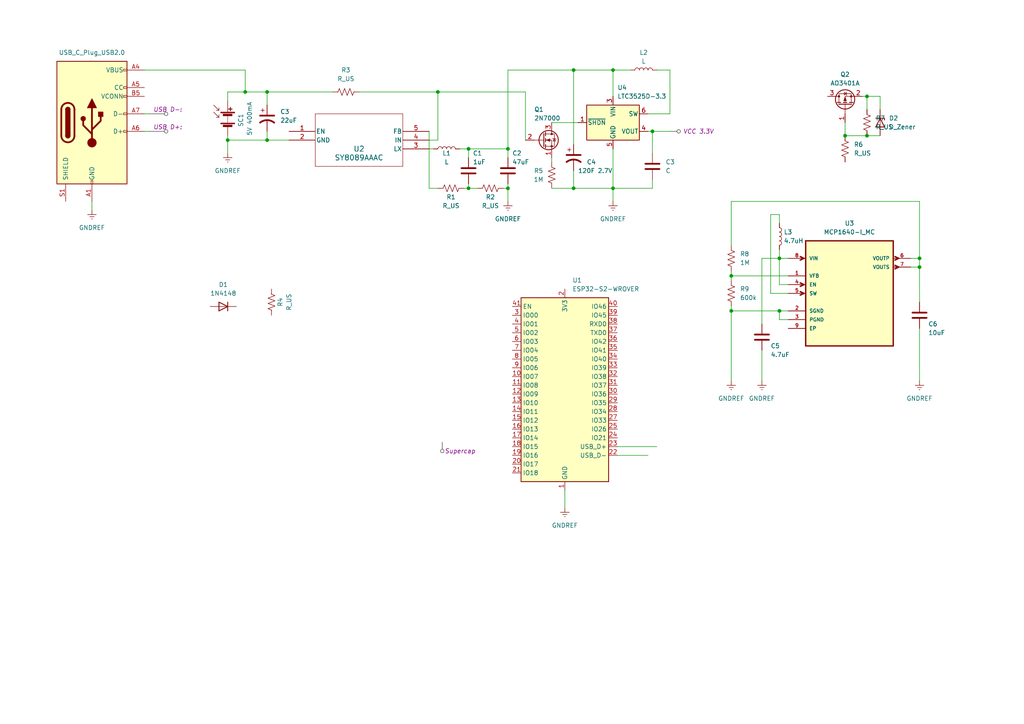
<source format=kicad_sch>
(kicad_sch (version 20230121) (generator eeschema)
  (paper "A4")
  (lib_symbols
    (symbol "2023-10-09_03-12-35:SY8089AAAC" (pin_names (offset 0.254))
      (property "Reference" "U" (at 20.32 10.16 0))
      (property "Value" "SY8089AAAC" (at 20.32 7.62 0))
      (symbol "SY8089AAAC_0_1"
        (polyline (pts (xy 7.62 -10.16) (xy 33.02 -10.16)) (stroke (width 0.127)))
        (polyline (pts (xy 7.62 5.08) (xy 7.62 -10.16)) (stroke (width 0.127)))
        (polyline (pts (xy 33.02 -10.16) (xy 33.02 5.08)) (stroke (width 0.127)))
        (polyline (pts (xy 33.02 5.08) (xy 7.62 5.08)) (stroke (width 0.127)))
        (pin input line (at 0 0 0) (length 7.62) (name "EN") (number "1"))
        (pin power_out line (at 0 -2.54 0) (length 7.62) (name "GND") (number "2"))
        (pin unspecified line (at 40.64 -5.08 180) (length 7.62) (name "LX") (number "3"))
        (pin input line (at 40.64 -2.54 180) (length 7.62) (name "IN") (number "4"))
        (pin output line (at 40.64 0 180) (length 7.62) (name "FB") (number "5"))
      )
    )
    (symbol "Connector:USB_C_Plug_USB2.0" (pin_names (offset 1.016))
      (property "Reference" "P" (at -10.16 19.05 0))
      (property "Value" "USB_C_Plug_USB2.0" (at 12.7 19.05 0))
      (symbol "USB_C_Plug_USB2.0_0_0"
        (rectangle (start -0.254 -17.78) (end 0.254 -16.764))
        (rectangle (start 10.16 -2.286) (end 9.144 -2.794))
        (rectangle (start 10.16 2.794) (end 9.144 2.286))
        (rectangle (start 10.16 7.874) (end 9.144 7.366))
        (rectangle (start 10.16 10.414) (end 9.144 9.906))
        (rectangle (start 10.16 15.494) (end 9.144 14.986))
      )
      (symbol "USB_C_Plug_USB2.0_0_1"
        (rectangle (start -10.16 17.78) (end 10.16 -17.78) (stroke (width 0.254)) (fill (type background)))
        (arc (start -8.89 -3.81) (mid -6.985 -5.7067) (end -5.08 -3.81) (stroke (width 0.508)))
        (arc (start -7.62 -3.81) (mid -6.985 -4.4423) (end -6.35 -3.81) (stroke (width 0.254)))
        (arc (start -7.62 -3.81) (mid -6.985 -4.4423) (end -6.35 -3.81) (stroke (width 0.254)) (fill (type outline)))
        (rectangle (start -7.62 -3.81) (end -6.35 3.81) (stroke (width 0.254)) (fill (type outline)))
        (arc (start -6.35 3.81) (mid -6.985 4.4423) (end -7.62 3.81) (stroke (width 0.254)))
        (arc (start -6.35 3.81) (mid -6.985 4.4423) (end -7.62 3.81) (stroke (width 0.254)) (fill (type outline)))
        (arc (start -5.08 3.81) (mid -6.985 5.7067) (end -8.89 3.81) (stroke (width 0.508)))
        (circle (center -2.54 1.143) (radius 0.635) (stroke (width 0.254)) (fill (type outline)))
        (circle (center 0 -5.842) (radius 1.27) (fill (type outline)))
        (polyline (pts (xy -8.89 -3.81) (xy -8.89 3.81)) (stroke (width 0.508)))
        (polyline (pts (xy -5.08 3.81) (xy -5.08 -3.81)) (stroke (width 0.508)))
        (polyline (pts (xy 0 -5.842) (xy 0 4.318)) (stroke (width 0.508)))
        (polyline (pts (xy 0 -3.302) (xy -2.54 -0.762) (xy -2.54 0.508)) (stroke (width 0.508)))
        (polyline (pts (xy 0 -2.032) (xy 2.54 0.508) (xy 2.54 1.778)) (stroke (width 0.508)))
        (polyline (pts (xy -1.27 4.318) (xy 0 6.858) (xy 1.27 4.318) (xy -1.27 4.318)) (stroke (width 0.254)) (fill (type outline)))
        (rectangle (start 1.905 1.778) (end 3.175 3.048) (stroke (width 0.254)) (fill (type outline)))
      )
      (symbol "USB_C_Plug_USB2.0_1_1"
        (pin passive line (at 0 -22.86 90) (length 5.08) (name "GND") (number "A1"))
        (pin passive line (at 0 -22.86 90) (length 5.08) hide (name "GND") (number "A12"))
        (pin passive line (at 15.24 15.24 180) (length 5.08) (name "VBUS") (number "A4"))
        (pin bidirectional line (at 15.24 10.16 180) (length 5.08) (name "CC") (number "A5"))
        (pin bidirectional line (at 15.24 -2.54 180) (length 5.08) (name "D+") (number "A6"))
        (pin bidirectional line (at 15.24 2.54 180) (length 5.08) (name "D-") (number "A7"))
        (pin passive line (at 15.24 15.24 180) (length 5.08) hide (name "VBUS") (number "A9"))
        (pin passive line (at 0 -22.86 90) (length 5.08) hide (name "GND") (number "B1"))
        (pin passive line (at 0 -22.86 90) (length 5.08) hide (name "GND") (number "B12"))
        (pin passive line (at 15.24 15.24 180) (length 5.08) hide (name "VBUS") (number "B4"))
        (pin bidirectional line (at 15.24 7.62 180) (length 5.08) (name "VCONN") (number "B5"))
        (pin passive line (at 15.24 15.24 180) (length 5.08) hide (name "VBUS") (number "B9"))
        (pin passive line (at -7.62 -22.86 90) (length 5.08) (name "SHIELD") (number "S1"))
      )
    )
    (symbol "Device:C" (pin_numbers hide) (pin_names (offset 0.254))
      (property "Reference" "C" (at 0.635 2.54 0))
      (property "Value" "C" (at 0.635 -2.54 0))
      (symbol "C_0_1"
        (polyline (pts (xy -2.032 -0.762) (xy 2.032 -0.762)) (stroke (width 0.508)))
        (polyline (pts (xy -2.032 0.762) (xy 2.032 0.762)) (stroke (width 0.508)))
      )
      (symbol "C_1_1"
        (pin passive line (at 0 3.81 270) (length 2.794) (name "~") (number "1"))
        (pin passive line (at 0 -3.81 90) (length 2.794) (name "~") (number "2"))
      )
    )
    (symbol "Device:C_Polarized_US" (pin_numbers hide) (pin_names (offset 0.254) hide)
      (property "Reference" "C" (at 0.635 2.54 0))
      (property "Value" "C_Polarized_US" (at 0.635 -2.54 0))
      (symbol "C_Polarized_US_0_1"
        (polyline (pts (xy -2.032 0.762) (xy 2.032 0.762)) (stroke (width 0.508)))
        (polyline (pts (xy -1.778 2.286) (xy -0.762 2.286)))
        (polyline (pts (xy -1.27 1.778) (xy -1.27 2.794)))
        (arc (start 2.032 -1.27) (mid 0 -0.5572) (end -2.032 -1.27) (stroke (width 0.508)))
      )
      (symbol "C_Polarized_US_1_1"
        (pin passive line (at 0 3.81 270) (length 2.794) (name "~") (number "1"))
        (pin passive line (at 0 -3.81 90) (length 3.302) (name "~") (number "2"))
      )
    )
    (symbol "Device:D_Zener" (pin_numbers hide) (pin_names (offset 1.016) hide)
      (property "Reference" "D" (at 0 2.54 0))
      (property "Value" "D_Zener" (at 0 -2.54 0))
      (symbol "D_Zener_0_1"
        (polyline (pts (xy 1.27 0) (xy -1.27 0)))
        (polyline (pts (xy -1.27 -1.27) (xy -1.27 1.27) (xy -0.762 1.27)) (stroke (width 0.254)))
        (polyline (pts (xy 1.27 -1.27) (xy 1.27 1.27) (xy -1.27 0) (xy 1.27 -1.27)) (stroke (width 0.254)))
      )
      (symbol "D_Zener_1_1"
        (pin passive line (at -3.81 0 0) (length 2.54) (name "K") (number "1"))
        (pin passive line (at 3.81 0 180) (length 2.54) (name "A") (number "2"))
      )
    )
    (symbol "Device:L" (pin_numbers hide) (pin_names (offset 1.016) hide)
      (property "Reference" "L" (at -1.27 0 90))
      (property "Value" "L" (at 1.905 0 90))
      (symbol "L_0_1"
        (arc (start 0 -2.54) (mid 0.6323 -1.905) (end 0 -1.27))
        (arc (start 0 -1.27) (mid 0.6323 -0.635) (end 0 0))
        (arc (start 0 0) (mid 0.6323 0.635) (end 0 1.27))
        (arc (start 0 1.27) (mid 0.6323 1.905) (end 0 2.54))
      )
      (symbol "L_1_1"
        (pin passive line (at 0 3.81 270) (length 1.27) (name "1") (number "1"))
        (pin passive line (at 0 -3.81 90) (length 1.27) (name "2") (number "2"))
      )
    )
    (symbol "Device:R_US" (pin_numbers hide) (pin_names (offset 0))
      (property "Reference" "R" (at 2.54 0 90))
      (property "Value" "R_US" (at -2.54 0 90))
      (symbol "R_US_0_1"
        (polyline (pts (xy 0 -2.286) (xy 0 -2.54)))
        (polyline (pts (xy 0 2.286) (xy 0 2.54)))
        (polyline (pts (xy 0 -0.762) (xy 1.016 -1.143) (xy 0 -1.524) (xy -1.016 -1.905) (xy 0 -2.286)))
        (polyline (pts (xy 0 0.762) (xy 1.016 0.381) (xy 0 0) (xy -1.016 -0.381) (xy 0 -0.762)))
        (polyline (pts (xy 0 2.286) (xy 1.016 1.905) (xy 0 1.524) (xy -1.016 1.143) (xy 0 0.762)))
      )
      (symbol "R_US_1_1"
        (pin passive line (at 0 3.81 270) (length 1.27) (name "~") (number "1"))
        (pin passive line (at 0 -3.81 90) (length 1.27) (name "~") (number "2"))
      )
    )
    (symbol "Device:Solar_Cells" (pin_numbers hide) (pin_names (offset 0) hide)
      (property "Reference" "SC" (at 2.54 2.54 0))
      (property "Value" "Solar_Cells" (at 2.54 0 0))
      (symbol "Solar_Cells_0_1"
        (rectangle (start -2.032 -1.397) (end 2.032 -1.651) (fill (type outline)))
        (rectangle (start -2.032 1.778) (end 2.032 1.524) (fill (type outline)))
        (rectangle (start -1.3208 -1.9812) (end 1.27 -2.4892) (fill (type outline)))
        (rectangle (start -1.3208 1.1938) (end 1.27 0.6858) (fill (type outline)))
        (polyline (pts (xy -2.54 0.254) (xy -4.064 1.778)))
        (polyline (pts (xy -2.54 2.286) (xy -4.064 3.81)))
        (polyline (pts (xy 0 -1.524) (xy 0 -1.27)))
        (polyline (pts (xy 0 -1.016) (xy 0 -0.762)))
        (polyline (pts (xy 0 -0.508) (xy 0 -0.254)))
        (polyline (pts (xy 0 0) (xy 0 0.254)))
        (polyline (pts (xy 0 0.508) (xy 0 0.762)))
        (polyline (pts (xy 0 1.778) (xy 0 2.54)))
        (polyline (pts (xy 0.254 2.667) (xy 1.27 2.667)) (stroke (width 0.254)))
        (polyline (pts (xy 0.762 3.175) (xy 0.762 2.159)) (stroke (width 0.254)))
        (polyline (pts (xy -2.54 1.016) (xy -2.54 0.254) (xy -3.302 0.254)))
        (polyline (pts (xy -2.54 3.048) (xy -2.54 2.286) (xy -3.302 2.286)))
      )
      (symbol "Solar_Cells_1_1"
        (pin passive line (at 0 5.08 270) (length 2.54) (name "+") (number "1"))
        (pin passive line (at 0 -5.08 90) (length 2.54) (name "-") (number "2"))
      )
    )
    (symbol "Diode:1N4148" (pin_numbers hide) (pin_names hide)
      (property "Reference" "D" (at 0 2.54 0))
      (property "Value" "1N4148" (at 0 -2.54 0))
      (symbol "1N4148_0_1"
        (polyline (pts (xy -1.27 1.27) (xy -1.27 -1.27)) (stroke (width 0.254)))
        (polyline (pts (xy 1.27 0) (xy -1.27 0)))
        (polyline (pts (xy 1.27 1.27) (xy 1.27 -1.27) (xy -1.27 0) (xy 1.27 1.27)) (stroke (width 0.254)))
      )
      (symbol "1N4148_1_1"
        (pin passive line (at -3.81 0 0) (length 2.54) (name "K") (number "1"))
        (pin passive line (at 3.81 0 180) (length 2.54) (name "A") (number "2"))
      )
    )
    (symbol "MCP1640-I_MC:MCP1640-I_MC" (pin_names (offset 1.016))
      (property "Reference" "U" (at -5.4451 15.0122 0))
      (property "Value" "MCP1640-I_MC" (at -5.852 -21.9324 0))
      (symbol "MCP1640-I_MC_0_0"
        (rectangle (start -12.7 -17.78) (end 12.7 12.7) (stroke (width 0.4064)) (fill (type background)))
        (polyline (pts (xy -13.208 -2.54) (xy -14.2748 -3.048)) (stroke (width 0.4064)))
        (polyline (pts (xy -13.208 -2.54) (xy -14.2748 -2.032)) (stroke (width 0.4064)))
        (polyline (pts (xy -13.208 0) (xy -14.2748 -0.508)) (stroke (width 0.4064)))
        (polyline (pts (xy -13.208 0) (xy -14.2748 0.508)) (stroke (width 0.4064)))
        (polyline (pts (xy -13.208 7.62) (xy -14.2748 7.112)) (stroke (width 0.4064)))
        (polyline (pts (xy -13.208 7.62) (xy -14.2748 8.128)) (stroke (width 0.4064)))
        (polyline (pts (xy 13.208 4.572) (xy 14.2748 5.08)) (stroke (width 0.4064)))
        (polyline (pts (xy 13.208 5.588) (xy 14.2748 5.08)) (stroke (width 0.4064)))
        (polyline (pts (xy 13.208 7.112) (xy 14.2748 7.62)) (stroke (width 0.4064)))
        (polyline (pts (xy 13.208 8.128) (xy 14.2748 7.62)) (stroke (width 0.4064)))
        (pin input line (at -17.78 2.54 0) (length 5.08) (name "VFB") (number "1"))
        (pin power_in line (at -17.78 -7.62 0) (length 5.08) (name "SGND") (number "2"))
        (pin power_in line (at -17.78 -10.16 0) (length 5.08) (name "PGND") (number "3"))
        (pin input line (at -17.78 0 0) (length 5.08) (name "EN") (number "4"))
        (pin input line (at -17.78 -2.54 0) (length 5.08) (name "SW") (number "5"))
        (pin output line (at 17.78 7.62 180) (length 5.08) (name "VOUTP") (number "6"))
        (pin output line (at 17.78 5.08 180) (length 5.08) (name "VOUTS") (number "7"))
        (pin input line (at -17.78 7.62 0) (length 5.08) (name "VIN") (number "8"))
        (pin passive line (at -17.78 -12.7 0) (length 5.08) (name "EP") (number "9"))
      )
    )
    (symbol "RF_Module:ESP32-S2-WROVER"
      (property "Reference" "U" (at -12.7 29.21 0))
      (property "Value" "ESP32-S2-WROVER" (at 2.54 29.21 0))
      (symbol "ESP32-S2-WROVER_0_1"
        (rectangle (start -12.7 27.94) (end 12.7 -25.4) (stroke (width 0.254)) (fill (type background)))
      )
      (symbol "ESP32-S2-WROVER_1_1"
        (pin power_in line (at 0 -27.94 90) (length 2.54) (name "GND") (number "1"))
        (pin bidirectional line (at -15.24 5.08 0) (length 2.54) (name "IO07") (number "10"))
        (pin bidirectional line (at -15.24 2.54 0) (length 2.54) (name "IO08") (number "11"))
        (pin bidirectional line (at -15.24 0 0) (length 2.54) (name "IO09") (number "12"))
        (pin bidirectional line (at -15.24 -2.54 0) (length 2.54) (name "IO10") (number "13"))
        (pin bidirectional line (at -15.24 -5.08 0) (length 2.54) (name "IO11") (number "14"))
        (pin bidirectional line (at -15.24 -7.62 0) (length 2.54) (name "IO12") (number "15"))
        (pin bidirectional line (at -15.24 -10.16 0) (length 2.54) (name "IO13") (number "16"))
        (pin bidirectional line (at -15.24 -12.7 0) (length 2.54) (name "IO14") (number "17"))
        (pin bidirectional line (at -15.24 -15.24 0) (length 2.54) (name "IO15") (number "18"))
        (pin bidirectional line (at -15.24 -17.78 0) (length 2.54) (name "IO16") (number "19"))
        (pin power_in line (at 0 30.48 270) (length 2.54) (name "3V3") (number "2"))
        (pin bidirectional line (at -15.24 -20.32 0) (length 2.54) (name "IO17") (number "20"))
        (pin bidirectional line (at -15.24 -22.86 0) (length 2.54) (name "IO18") (number "21"))
        (pin bidirectional line (at 15.24 -17.78 180) (length 2.54) (name "USB_D-") (number "22"))
        (pin bidirectional line (at 15.24 -15.24 180) (length 2.54) (name "USB_D+") (number "23"))
        (pin bidirectional line (at 15.24 -12.7 180) (length 2.54) (name "IO21") (number "24"))
        (pin bidirectional line (at 15.24 -10.16 180) (length 2.54) (name "IO26") (number "25"))
        (pin passive line (at 0 -27.94 90) (length 2.54) hide (name "GND") (number "26"))
        (pin bidirectional line (at 15.24 -7.62 180) (length 2.54) (name "IO33") (number "27"))
        (pin bidirectional line (at 15.24 -5.08 180) (length 2.54) (name "IO34") (number "28"))
        (pin bidirectional line (at 15.24 -2.54 180) (length 2.54) (name "IO35") (number "29"))
        (pin bidirectional line (at -15.24 22.86 0) (length 2.54) (name "IO00") (number "3"))
        (pin bidirectional line (at 15.24 0 180) (length 2.54) (name "IO36") (number "30"))
        (pin bidirectional line (at 15.24 2.54 180) (length 2.54) (name "IO37") (number "31"))
        (pin bidirectional line (at 15.24 5.08 180) (length 2.54) (name "IO38") (number "32"))
        (pin bidirectional line (at 15.24 7.62 180) (length 2.54) (name "IO39") (number "33"))
        (pin bidirectional line (at 15.24 10.16 180) (length 2.54) (name "IO40") (number "34"))
        (pin bidirectional line (at 15.24 12.7 180) (length 2.54) (name "IO41") (number "35"))
        (pin bidirectional line (at 15.24 15.24 180) (length 2.54) (name "IO42") (number "36"))
        (pin bidirectional line (at 15.24 17.78 180) (length 2.54) (name "TXD0") (number "37"))
        (pin bidirectional line (at 15.24 20.32 180) (length 2.54) (name "RXD0") (number "38"))
        (pin bidirectional line (at 15.24 22.86 180) (length 2.54) (name "IO45") (number "39"))
        (pin bidirectional line (at -15.24 20.32 0) (length 2.54) (name "IO01") (number "4"))
        (pin input line (at 15.24 25.4 180) (length 2.54) (name "IO46") (number "40"))
        (pin input line (at -15.24 25.4 0) (length 2.54) (name "EN") (number "41"))
        (pin passive line (at 0 -27.94 90) (length 2.54) hide (name "GND") (number "42"))
        (pin passive line (at 0 -27.94 90) (length 2.54) hide (name "GND") (number "43"))
        (pin bidirectional line (at -15.24 17.78 0) (length 2.54) (name "IO02") (number "5"))
        (pin bidirectional line (at -15.24 15.24 0) (length 2.54) (name "IO03") (number "6"))
        (pin bidirectional line (at -15.24 12.7 0) (length 2.54) (name "IO04") (number "7"))
        (pin bidirectional line (at -15.24 10.16 0) (length 2.54) (name "IO05") (number "8"))
        (pin bidirectional line (at -15.24 7.62 0) (length 2.54) (name "IO06") (number "9"))
      )
    )
    (symbol "Regulator_Switching:LTC3525D-3.3" (pin_names (offset 0.254))
      (property "Reference" "U" (at -6.35 6.35 0))
      (property "Value" "LTC3525D-3.3" (at 1.27 6.35 0))
      (symbol "LTC3525D-3.3_0_1"
        (rectangle (start -7.62 5.08) (end 7.62 -5.08) (stroke (width 0.254)) (fill (type background)))
      )
      (symbol "LTC3525D-3.3_1_1"
        (pin input line (at -10.16 0 0) (length 2.54) (name "~{SHDN}") (number "1"))
        (pin passive line (at 0 -7.62 90) (length 2.54) hide (name "GND") (number "2"))
        (pin power_in line (at 0 7.62 270) (length 2.54) (name "VIN") (number "3"))
        (pin power_out line (at 10.16 -2.54 180) (length 2.54) (name "VOUT") (number "4"))
        (pin power_in line (at 0 -7.62 90) (length 2.54) (name "GND") (number "5"))
        (pin input line (at 10.16 2.54 180) (length 2.54) (name "SW") (number "6"))
      )
    )
    (symbol "Transistor_FET:2N7000" (pin_names hide)
      (property "Reference" "Q" (at 5.08 1.905 0))
      (property "Value" "2N7000" (at 5.08 0 0))
      (symbol "2N7000_0_1"
        (polyline (pts (xy 0.254 0) (xy -2.54 0)))
        (polyline (pts (xy 0.254 1.905) (xy 0.254 -1.905)) (stroke (width 0.254)))
        (polyline (pts (xy 0.762 -1.27) (xy 0.762 -2.286)) (stroke (width 0.254)))
        (polyline (pts (xy 0.762 0.508) (xy 0.762 -0.508)) (stroke (width 0.254)))
        (polyline (pts (xy 0.762 2.286) (xy 0.762 1.27)) (stroke (width 0.254)))
        (polyline (pts (xy 2.54 2.54) (xy 2.54 1.778)))
        (polyline (pts (xy 2.54 -2.54) (xy 2.54 0) (xy 0.762 0)))
        (polyline (pts (xy 0.762 -1.778) (xy 3.302 -1.778) (xy 3.302 1.778) (xy 0.762 1.778)))
        (polyline (pts (xy 1.016 0) (xy 2.032 0.381) (xy 2.032 -0.381) (xy 1.016 0)) (fill (type outline)))
        (polyline (pts (xy 2.794 0.508) (xy 2.921 0.381) (xy 3.683 0.381) (xy 3.81 0.254)))
        (polyline (pts (xy 3.302 0.381) (xy 2.921 -0.254) (xy 3.683 -0.254) (xy 3.302 0.381)))
        (circle (center 1.651 0) (radius 2.794) (stroke (width 0.254)))
        (circle (center 2.54 -1.778) (radius 0.254) (fill (type outline)))
        (circle (center 2.54 1.778) (radius 0.254) (fill (type outline)))
      )
      (symbol "2N7000_1_1"
        (pin passive line (at 2.54 -5.08 90) (length 2.54) (name "S") (number "1"))
        (pin input line (at -5.08 0 0) (length 2.54) (name "G") (number "2"))
        (pin passive line (at 2.54 5.08 270) (length 2.54) (name "D") (number "3"))
      )
    )
    (symbol "Transistor_FET:AO3401A" (pin_names hide)
      (property "Reference" "Q" (at 5.08 1.905 0))
      (property "Value" "AO3401A" (at 5.08 0 0))
      (symbol "AO3401A_0_1"
        (polyline (pts (xy 0.254 0) (xy -2.54 0)))
        (polyline (pts (xy 0.254 1.905) (xy 0.254 -1.905)) (stroke (width 0.254)))
        (polyline (pts (xy 0.762 -1.27) (xy 0.762 -2.286)) (stroke (width 0.254)))
        (polyline (pts (xy 0.762 0.508) (xy 0.762 -0.508)) (stroke (width 0.254)))
        (polyline (pts (xy 0.762 2.286) (xy 0.762 1.27)) (stroke (width 0.254)))
        (polyline (pts (xy 2.54 2.54) (xy 2.54 1.778)))
        (polyline (pts (xy 2.54 -2.54) (xy 2.54 0) (xy 0.762 0)))
        (polyline (pts (xy 0.762 1.778) (xy 3.302 1.778) (xy 3.302 -1.778) (xy 0.762 -1.778)))
        (polyline (pts (xy 2.286 0) (xy 1.27 0.381) (xy 1.27 -0.381) (xy 2.286 0)) (fill (type outline)))
        (polyline (pts (xy 2.794 -0.508) (xy 2.921 -0.381) (xy 3.683 -0.381) (xy 3.81 -0.254)))
        (polyline (pts (xy 3.302 -0.381) (xy 2.921 0.254) (xy 3.683 0.254) (xy 3.302 -0.381)))
        (circle (center 1.651 0) (radius 2.794) (stroke (width 0.254)))
        (circle (center 2.54 -1.778) (radius 0.254) (fill (type outline)))
        (circle (center 2.54 1.778) (radius 0.254) (fill (type outline)))
      )
      (symbol "AO3401A_1_1"
        (pin input line (at -5.08 0 0) (length 2.54) (name "G") (number "1"))
        (pin passive line (at 2.54 -5.08 90) (length 2.54) (name "S") (number "2"))
        (pin passive line (at 2.54 5.08 270) (length 2.54) (name "D") (number "3"))
      )
    )
    (symbol "power:GNDREF" (power) (pin_names (offset 0))
      (property "Value" "GNDREF" (at 0 -3.81 0))
      (symbol "GNDREF_0_1"
        (polyline (pts (xy -0.635 -1.905) (xy 0.635 -1.905)))
        (polyline (pts (xy -0.127 -2.54) (xy 0.127 -2.54)))
        (polyline (pts (xy 0 -1.27) (xy 0 0)))
        (polyline (pts (xy 1.27 -1.27) (xy -1.27 -1.27)))
      )
      (symbol "GNDREF_1_1"
        (pin power_in line (at 0 0 270) (length 0) hide (name "GNDREF") (number "1"))
      )
    )
  )
  (junction (at 147.32 54.61))
  (junction (at 226.06 74.93))
  (junction (at 166.37 20.32))
  (junction (at 189.23 38.1))
  (junction (at 135.89 43.18))
  (junction (at 226.06 90.17))
  (junction (at 251.46 27.94))
  (junction (at 147.32 43.18))
  (junction (at 127 26.67))
  (junction (at 266.7 77.47))
  (junction (at 251.46 39.37))
  (junction (at 177.8 20.32))
  (junction (at 212.09 90.17))
  (junction (at 66.04 40.64))
  (junction (at 77.47 40.64))
  (junction (at 177.8 54.61))
  (junction (at 212.09 80.01))
  (junction (at 166.37 54.61))
  (junction (at 266.7 74.93))
  (junction (at 135.89 54.61))
  (junction (at 71.12 26.67))
  (junction (at 77.47 26.67))
  (junction (at 245.11 39.37))
  (wire (pts (xy 127 26.67) (xy 152.4 26.67)))
  (wire (pts (xy 266.7 95.25) (xy 266.7 110.49)))
  (wire (pts (xy 189.23 38.1) (xy 189.23 44.45)))
  (wire (pts (xy 226.06 92.71) (xy 228.6 92.71)))
  (wire (pts (xy 77.47 26.67) (xy 96.52 26.67)))
  (wire (pts (xy 41.91 38.1) (xy 43.18 38.1)))
  (wire (pts (xy 228.6 85.09) (xy 223.52 85.09)))
  (wire (pts (xy 71.12 20.32) (xy 71.12 26.67)))
  (wire (pts (xy 226.06 72.39) (xy 226.06 74.93)))
  (wire (pts (xy 212.09 80.01) (xy 212.09 81.28)))
  (wire (pts (xy 226.06 62.23) (xy 223.52 62.23)))
  (wire (pts (xy 189.23 38.1) (xy 187.96 38.1)))
  (wire (pts (xy 166.37 20.32) (xy 177.8 20.32)))
  (wire (pts (xy 177.8 20.32) (xy 177.8 27.94)))
  (wire (pts (xy 220.98 93.98) (xy 220.98 74.93)))
  (wire (pts (xy 77.47 38.1) (xy 77.47 40.64)))
  (wire (pts (xy 104.14 26.67) (xy 127 26.67)))
  (wire (pts (xy 147.32 43.18) (xy 147.32 20.32)))
  (wire (pts (xy 194.31 33.02) (xy 187.96 33.02)))
  (wire (pts (xy 166.37 49.53) (xy 166.37 54.61)))
  (wire (pts (xy 66.04 26.67) (xy 66.04 29.21)))
  (wire (pts (xy 179.07 132.08) (xy 187.96 132.08)))
  (wire (pts (xy 41.91 33.02) (xy 43.18 33.02)))
  (wire (pts (xy 226.06 74.93) (xy 226.06 82.55)))
  (wire (pts (xy 226.06 82.55) (xy 228.6 82.55)))
  (wire (pts (xy 127 40.64) (xy 124.46 40.64)))
  (wire (pts (xy 124.46 43.18) (xy 125.73 43.18)))
  (wire (pts (xy 189.23 54.61) (xy 177.8 54.61)))
  (wire (pts (xy 26.67 58.42) (xy 26.67 60.96)))
  (wire (pts (xy 251.46 27.94) (xy 251.46 31.75)))
  (wire (pts (xy 66.04 39.37) (xy 66.04 40.64)))
  (wire (pts (xy 77.47 40.64) (xy 83.82 40.64)))
  (wire (pts (xy 66.04 26.67) (xy 71.12 26.67)))
  (wire (pts (xy 266.7 77.47) (xy 266.7 87.63)))
  (wire (pts (xy 179.07 129.54) (xy 190.5 129.54)))
  (wire (pts (xy 212.09 58.42) (xy 266.7 58.42)))
  (wire (pts (xy 135.89 54.61) (xy 138.43 54.61)))
  (wire (pts (xy 212.09 90.17) (xy 226.06 90.17)))
  (wire (pts (xy 226.06 90.17) (xy 226.06 92.71)))
  (wire (pts (xy 255.27 27.94) (xy 255.27 31.75)))
  (wire (pts (xy 135.89 45.72) (xy 135.89 43.18)))
  (wire (pts (xy 266.7 74.93) (xy 266.7 77.47)))
  (wire (pts (xy 245.11 35.56) (xy 245.11 39.37)))
  (wire (pts (xy 71.12 26.67) (xy 77.47 26.67)))
  (wire (pts (xy 77.47 26.67) (xy 77.47 30.48)))
  (wire (pts (xy 147.32 53.34) (xy 147.32 54.61)))
  (wire (pts (xy 133.35 43.18) (xy 135.89 43.18)))
  (wire (pts (xy 160.02 35.56) (xy 167.64 35.56)))
  (wire (pts (xy 189.23 38.1) (xy 194.31 38.1)))
  (wire (pts (xy 245.11 39.37) (xy 251.46 39.37)))
  (wire (pts (xy 226.06 74.93) (xy 228.6 74.93)))
  (wire (pts (xy 135.89 43.18) (xy 147.32 43.18)))
  (wire (pts (xy 212.09 71.12) (xy 212.09 58.42)))
  (wire (pts (xy 147.32 54.61) (xy 147.32 58.42)))
  (wire (pts (xy 264.16 77.47) (xy 266.7 77.47)))
  (wire (pts (xy 160.02 54.61) (xy 166.37 54.61)))
  (wire (pts (xy 134.62 54.61) (xy 135.89 54.61)))
  (wire (pts (xy 124.46 54.61) (xy 127 54.61)))
  (wire (pts (xy 250.19 27.94) (xy 251.46 27.94)))
  (wire (pts (xy 147.32 45.72) (xy 147.32 43.18)))
  (wire (pts (xy 251.46 27.94) (xy 255.27 27.94)))
  (wire (pts (xy 135.89 53.34) (xy 135.89 54.61)))
  (wire (pts (xy 152.4 26.67) (xy 152.4 40.64)))
  (wire (pts (xy 223.52 85.09) (xy 223.52 62.23)))
  (wire (pts (xy 194.31 20.32) (xy 194.31 33.02)))
  (wire (pts (xy 66.04 40.64) (xy 77.47 40.64)))
  (wire (pts (xy 226.06 64.77) (xy 226.06 62.23)))
  (wire (pts (xy 124.46 38.1) (xy 124.46 54.61)))
  (wire (pts (xy 147.32 20.32) (xy 166.37 20.32)))
  (wire (pts (xy 212.09 88.9) (xy 212.09 90.17)))
  (wire (pts (xy 212.09 78.74) (xy 212.09 80.01)))
  (wire (pts (xy 220.98 74.93) (xy 226.06 74.93)))
  (wire (pts (xy 127 26.67) (xy 127 40.64)))
  (wire (pts (xy 146.05 54.61) (xy 147.32 54.61)))
  (wire (pts (xy 41.91 20.32) (xy 71.12 20.32)))
  (wire (pts (xy 220.98 101.6) (xy 220.98 110.49)))
  (wire (pts (xy 66.04 40.64) (xy 66.04 44.45)))
  (wire (pts (xy 160.02 45.72) (xy 160.02 46.99)))
  (wire (pts (xy 251.46 39.37) (xy 255.27 39.37)))
  (wire (pts (xy 212.09 80.01) (xy 228.6 80.01)))
  (wire (pts (xy 189.23 52.07) (xy 189.23 54.61)))
  (wire (pts (xy 228.6 90.17) (xy 226.06 90.17)))
  (wire (pts (xy 194.31 20.32) (xy 190.5 20.32)))
  (wire (pts (xy 266.7 74.93) (xy 264.16 74.93)))
  (wire (pts (xy 177.8 20.32) (xy 182.88 20.32)))
  (wire (pts (xy 163.83 142.24) (xy 163.83 147.32)))
  (wire (pts (xy 177.8 43.18) (xy 177.8 54.61)))
  (wire (pts (xy 166.37 54.61) (xy 177.8 54.61)))
  (wire (pts (xy 177.8 54.61) (xy 177.8 58.42)))
  (wire (pts (xy 266.7 58.42) (xy 266.7 74.93)))
  (wire (pts (xy 212.09 90.17) (xy 212.09 110.49)))
  (wire (pts (xy 166.37 20.32) (xy 166.37 41.91)))
  (netclass_flag "" (length 2.54) (shape round) (at 128.27 128.27 180) (property "Supercap C" "Supercap" (at 128.9685 130.81 0) (effects (font italic) (justify left))))
  (netclass_flag "" (length 5) (shape round) (at 43.18 38.1 270))
  (netclass_flag "" (length 2.54) (shape round) (at 194.31 38.1 270) (property "Rail" "VCC 3.3V" (at 198.12 38.1 0) (effects (font italic) (justify left))))
  (netclass_flag "" (length 5) (shape round) (at 43.18 33.02 270))
  (symbol (lib_id "Device:C") (at 189.23 48.26 0) (unit 1)
    (property "Reference" "C3" (at 193.04 46.99 0) (effects (justify left)))
    (property "Value" "C" (at 193.04 49.53 0) (effects (justify left)))
  )
  (symbol (lib_id "power:GNDREF") (at 220.98 110.49 0) (unit 1)
    (property "Reference" "#PWR07" (effects hide))
    (property "Value" "GNDREF" (at 220.98 115.57 0))
  )
  (symbol (lib_id "Transistor_FET:2N7000") (at 157.48 40.64 0) (unit 1)
    (property "Reference" "Q1" (at 154.94 31.75 0) (effects (justify left)))
    (property "Value" "2N7000" (at 154.94 34.29 0) (effects (justify left)))
    (property "Footprint" "Package_TO_SOT_THT:TO-92_Inline" (effects hide))
    (property "Datasheet" "https://www.vishay.com/docs/70226/70226.pdf" (effects hide))
  )
  (symbol (lib_id "Device:R_US") (at 100.33 26.67 90) (unit 1)
    (property "Reference" "R3" (at 100.33 20.32 90))
    (property "Value" "R_US" (at 100.33 22.86 90))
  )
  (symbol (lib_id "Regulator_Switching:LTC3525D-3.3") (at 177.8 35.56 0) (unit 1)
    (property "Reference" "U4" (at 179.07 25.4 0) (effects (justify left)))
    (property "Value" "LTC3525D-3.3" (at 179.07 27.94 0) (effects (justify left)))
    (property "Footprint" "Package_TO_SOT_SMD:SOT-363_SC-70-6" (effects hide))
    (property "Datasheet" "https://www.analog.com/media/en/technical-documentation/data-sheets/3525d33fb.pdf" (effects hide))
  )
  (symbol (lib_id "Device:L") (at 129.54 43.18 90) (unit 1)
    (property "Reference" "L1" (at 129.54 44.45 90))
    (property "Value" "L" (at 129.54 46.99 90))
  )
  (symbol (lib_id "Device:L") (at 226.06 68.58 0) (unit 1)
    (property "Reference" "L3" (at 227.33 67.31 0) (effects (justify left)))
    (property "Value" "4.7uH" (at 227.33 69.85 0) (effects (justify left)))
  )
  (symbol (lib_id "Device:C_Polarized_US") (at 77.47 34.29 0) (unit 1)
    (property "Reference" "C3" (at 81.28 32.385 0) (effects (justify left)))
    (property "Value" "22uF" (at 81.28 34.925 0) (effects (justify left)))
  )
  (symbol (lib_id "Device:L") (at 186.69 20.32 90) (unit 1)
    (property "Reference" "L2" (at 186.69 15.24 90))
    (property "Value" "L" (at 186.69 17.78 90))
  )
  (symbol (lib_id "power:GNDREF") (at 266.7 110.49 0) (unit 1)
    (property "Reference" "#PWR08" (effects hide))
    (property "Value" "GNDREF" (at 266.7 115.57 0))
  )
  (symbol (lib_id "Device:R_US") (at 130.81 54.61 90) (unit 1)
    (property "Reference" "R1" (at 130.81 57.15 90))
    (property "Value" "R_US" (at 130.81 59.69 90))
  )
  (symbol (lib_id "Connector:USB_C_Plug_USB2.0") (at 26.67 35.56 0) (unit 1)
    (property "Reference" "P1" (effects hide))
    (property "Value" "USB_C_Plug_USB2.0" (at 26.67 15.24 0))
    (property "Datasheet" "https://www.usb.org/sites/default/files/documents/usb_type-c.zip" (effects hide))
  )
  (symbol (lib_id "power:GNDREF") (at 66.04 44.45 0) (unit 1)
    (property "Reference" "#PWR02" (effects hide))
    (property "Value" "GNDREF" (at 66.04 49.53 0))
  )
  (symbol (lib_id "Device:R_US") (at 212.09 74.93 0) (unit 1)
    (property "Reference" "R8" (at 214.63 73.66 0) (effects (justify left)))
    (property "Value" "1M" (at 214.63 76.2 0) (effects (justify left)))
  )
  (symbol (lib_id "Diode:1N4148") (at 64.77 88.9 180) (unit 1)
    (property "Reference" "D1" (at 64.77 82.55 0))
    (property "Value" "1N4148" (at 64.77 85.09 0))
    (property "Footprint" "Diode_THT:D_DO-35_SOD27_P7.62mm_Horizontal" (effects hide))
    (property "Datasheet" "https://assets.nexperia.com/documents/data-sheet/1N4148_1N4448.pdf" (effects hide))
    (property "Sim.Device" "D" (effects hide))
    (property "Sim.Pins" "1=K 2=A" (effects hide))
  )
  (symbol (lib_id "Device:C_Polarized_US") (at 166.37 45.72 0) (unit 1)
    (property "Reference" "C4" (at 170.18 46.99 0) (effects (justify left)))
    (property "Value" "120F 2.7V" (at 167.64 49.53 0) (effects (justify left)))
  )
  (symbol (lib_id "power:GNDREF") (at 163.83 147.32 0) (unit 1)
    (property "Reference" "#PWR03" (effects hide))
    (property "Value" "GNDREF" (at 163.83 152.4 0))
  )
  (symbol (lib_id "Device:D_Zener") (at 255.27 35.56 270) (unit 1)
    (property "Reference" "D2" (at 257.81 34.29 90) (effects (justify left)))
    (property "Value" "D_Zener" (at 257.81 36.83 90) (effects (justify left)))
  )
  (symbol (lib_id "Device:R_US") (at 245.11 43.18 0) (unit 1)
    (property "Reference" "R6" (at 247.65 41.91 0) (effects (justify left)))
    (property "Value" "R_US" (at 247.65 44.45 0) (effects (justify left)))
  )
  (symbol (lib_id "Device:C") (at 266.7 91.44 0) (unit 1)
    (property "Reference" "C6" (at 269.24 93.98 0) (effects (justify left)))
    (property "Value" "10uF" (at 269.24 96.52 0) (effects (justify left)))
  )
  (symbol (lib_id "power:GNDREF") (at 177.8 58.42 0) (unit 1)
    (property "Reference" "#PWR01" (effects hide))
    (property "Value" "GNDREF" (at 177.8 63.5 0))
  )
  (symbol (lib_id "Device:R_US") (at 142.24 54.61 90) (unit 1)
    (property "Reference" "R2" (at 142.24 57.15 90))
    (property "Value" "R_US" (at 142.24 59.69 90))
  )
  (symbol (lib_id "power:GNDREF") (at 26.67 60.96 0) (unit 1)
    (property "Reference" "#PWR04" (effects hide))
    (property "Value" "GNDREF" (at 26.67 66.04 0))
  )
  (symbol (lib_id "Device:C") (at 220.98 97.79 0) (unit 1)
    (property "Reference" "C5" (at 223.52 100.33 0) (effects (justify left)))
    (property "Value" "4.7uF" (at 223.52 102.87 0) (effects (justify left)))
  )
  (symbol (lib_id "Device:C") (at 147.32 49.53 0) (unit 1)
    (property "Reference" "C2" (at 148.59 44.45 0) (effects (justify left)))
    (property "Value" "47uF" (at 148.59 46.99 0) (effects (justify left)))
  )
  (symbol (lib_id "Device:Solar_Cells") (at 66.04 34.29 0) (unit 1)
    (property "Reference" "SC1" (at 69.85 36.83 90) (effects (justify left)))
    (property "Value" "5V 400mA" (at 72.39 39.37 90) (effects (justify left)))
  )
  (symbol (lib_id "Transistor_FET:AO3401A") (at 245.11 30.48 90) (unit 1)
    (property "Reference" "Q2" (at 245.11 21.59 90))
    (property "Value" "AO3401A" (at 245.11 24.13 90))
    (property "Footprint" "Package_TO_SOT_SMD:SOT-23" (effects hide))
    (property "Datasheet" "http://www.aosmd.com/pdfs/datasheet/AO3401A.pdf" (effects hide))
  )
  (symbol (lib_id "MCP1640-I_MC:MCP1640-I_MC") (at 246.38 82.55 0) (unit 1)
    (property "Reference" "U3" (at 246.38 64.77 0))
    (property "Value" "MCP1640-I_MC" (at 246.38 67.31 0))
    (property "Footprint" "MCP1640-I_MC:DFN200X300X100-9N" (effects hide))
    (property "MF" "Microchip" (effects hide))
    (property "Description" "\n500 KHZ, 300 MA SYN. BOOST, OUTPUT DISCONNECT & PWM/PFM ENABLED, 8 DFN 2X3MM TUB | Microchip Technology Inc. MCP1640-I/MC\n" (effects hide))
    (property "PACKAGE" "DFN-8" (effects hide))
    (property "MPN" "MCP1640-I/MC" (effects hide))
    (property "Price" "None" (effects hide))
    (property "Package" "DFN-8 Microchip" (effects hide))
    (property "OC_FARNELL" "1834887" (effects hide))
    (property "SnapEDA_Link" "https://www.snapeda.com/parts/MCP1640-I/MC/Microchip/view-part/?ref=snap" (effects hide))
    (property "MP" "MCP1640-I/MC" (effects hide))
    (property "Purchase-URL" "https://www.snapeda.com/api/url_track_click_mouser/?unipart_id=288330&manufacturer=Microchip&part_name=MCP1640-I/MC&search_term=None" (effects hide))
    (property "SUPPLIER" "Microchip" (effects hide))
    (property "OC_NEWARK" "52R9885" (effects hide))
    (property "Availability" "In Stock" (effects hide))
    (property "Check_prices" "https://www.snapeda.com/parts/MCP1640-I/MC/Microchip/view-part/?ref=eda" (effects hide))
  )
  (symbol (lib_id "Device:C") (at 135.89 49.53 0) (unit 1)
    (property "Reference" "C1" (at 137.16 44.45 0) (effects (justify left)))
    (property "Value" "1uF" (at 137.16 46.99 0) (effects (justify left)))
  )
  (symbol (lib_id "Device:R_US") (at 160.02 50.8 0) (unit 1)
    (property "Reference" "R5" (at 156.21 49.53 0))
    (property "Value" "1M" (at 156.21 52.07 0))
  )
  (symbol (lib_id "Device:R_US") (at 251.46 35.56 0) (unit 1)
    (property "Reference" "R7" (at 254 34.29 0) (effects (justify left)))
    (property "Value" "R_US" (at 254 36.83 0) (effects (justify left)))
  )
  (symbol (lib_id "power:GNDREF") (at 212.09 110.49 0) (unit 1)
    (property "Reference" "#PWR06" (effects hide))
    (property "Value" "GNDREF" (at 212.09 115.57 0))
  )
  (symbol (lib_id "RF_Module:ESP32-S2-WROVER") (at 163.83 114.3 0) (unit 1)
    (property "Reference" "U1" (at 166.0241 81.28 0) (effects (justify left)))
    (property "Value" "ESP32-S2-WROVER" (at 166.0241 83.82 0) (effects (justify left)))
    (property "Footprint" "RF_Module:ESP32-S2-WROVER" (effects hide))
    (property "Datasheet" "https://www.espressif.com/sites/default/files/documentation/esp32-s2-wroom_esp32-s2-wroom-i_datasheet_en.pdf" (effects hide))
  )
  (symbol (lib_id "Device:R_US") (at 78.74 87.63 180) (unit 1)
    (property "Reference" "R4" (at 81.28 87.63 90))
    (property "Value" "R_US" (at 83.82 87.63 90))
  )
  (symbol (lib_id "power:GNDREF") (at 147.32 58.42 0) (unit 1)
    (property "Reference" "#PWR05" (effects hide))
    (property "Value" "GNDREF" (at 147.32 63.5 0))
  )
  (symbol (lib_id "2023-10-09_03-12-35:SY8089AAAC") (at 83.82 38.1 0) (unit 1)
    (property "Reference" "U2" (at 104.14 43.18 0) (effects (font (size 1.524 1.524))))
    (property "Value" "SY8089AAAC" (at 104.14 45.72 0) (effects (font (size 1.524 1.524))))
    (property "Footprint" "SY8089AAAC_SGY" (effects hide))
    (property "Datasheet" "SY8089AAAC" (effects hide))
  )
  (symbol (lib_id "Device:R_US") (at 212.09 85.09 0) (unit 1)
    (property "Reference" "R9" (at 214.63 83.82 0) (effects (justify left)))
    (property "Value" "600k" (at 214.63 86.36 0) (effects (justify left)))
  )
)
</source>
